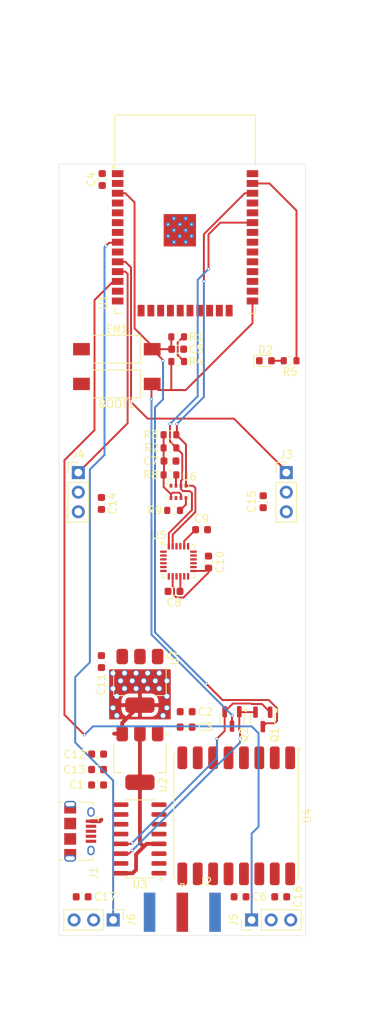
<source format=kicad_pcb>
(kicad_pcb (version 20240108) (generator "pcbnew") (generator_version "8.0")
  (layers (0 "F.Cu" signal) (31 "B.Cu" signal) (34 "B.Paste" user) (35 "F.Paste" user) (36 "B.SilkS" user "B.Silkscreen") (37 "F.SilkS" user "F.Silkscreen") (38 "B.Mask" user) (39 "F.Mask" user) (44 "Edge.Cuts" user))
  (net 0 "")
  (net 1 "GND")
  (net 2 "ESP32_IO0")
  (net 3 "+5V")
  (net 4 "+3V3")
  (net 5 "ESP32_EN")
  (net 6 "Net-(U5-REGOUT)")
  (net 7 "Net-(U5-CPOUT)")
  (net 8 "Net-(D2-A)")
  (net 10 "D+")
  (net 12 "D-")
  (net 13 "Net-(J2-In)")
  (net 14 "Net-(Q1-G)")
  (net 15 "Net-(Q1-S)")
  (net 16 "SDA")
  (net 17 "SCL")
  (net 18 "Net-(U1-IO23)")
  (net 19 "Net-(U6-CSB)")
  (net 20 "Net-(U6-SDO)")
  (net 29 "SS")
  (net 30 "SCLK")
  (net 31 "LORA_RST")
  (net 33 "RX-PROG")
  (net 34 "MISO")
  (net 35 "TX-PROG")
  (net 36 "DIO1")
  (net 37 "DIO0")
  (net 43 "DIO2")
  (net 45 "MOSI")
  (net 58 "MPU_IRQ")
  (net 70 "+BATT")
  (net 71 "SR1")
  (net 72 "SR2")
  (net 73 "SR3")
  (net 74 "SR4")
  (footprint "Package_TO_SOT_SMD:SOT-223-3_TabPin2" (layer "F.Cu") (at 110.5 117 -90)
    (property "Reference" "U2" (at 3.5 -3 90) (layer "F.SilkS"))
    (property "Value" "AMS1117-3.3")
    (pad "1" smd roundrect (at -3.15 -2.3 270) (size 2 1.5) (layers "F.Cu" "F.Paste" "F.Mask") (net 1 "GND"))
    (pad "2" smd roundrect (at -3.15 0 270) (size 2 1.5) (layers "F.Cu" "F.Paste" "F.Mask") (net 4 "+3V3"))
    (pad "2" smd roundrect (at 3.15 0 270) (size 2 3.8) (layers "F.Cu" "F.Paste" "F.Mask") (net 4 "+3V3"))
    (pad "3" smd roundrect (at -3.15 2.3 270) (size 2 1.5) (layers "F.Cu" "F.Paste" "F.Mask") (net 3 "+5V"))
  )
  (footprint "Capacitor_SMD:C_0603_1608Metric" (layer "F.Cu") (at 126.5 83.775 -90)
    (property "Reference" "C15" (at 0 1.5 90) (layer "F.SilkS"))
    (property "Value" "C")
    (pad "1" smd roundrect (at -0.775 0 270) (size 0.9 0.95) (layers "F.Cu" "F.Paste" "F.Mask") (net 3 "+5V"))
    (pad "2" smd roundrect (at 0.775 0 270) (size 0.9 0.95) (layers "F.Cu" "F.Paste" "F.Mask") (net 1 "GND"))
  )
  (footprint "Capacitor_SMD:C_0603_1608Metric" (layer "F.Cu") (at 128.775 135)
    (property "Reference" "C16" (at 2.225 0 90) (layer "F.SilkS"))
    (property "Value" "C")
    (pad "1" smd roundrect (at -0.775 0) (size 0.9 0.95) (layers "F.Cu" "F.Paste" "F.Mask") (net 3 "+5V"))
    (pad "2" smd roundrect (at 0.775 0) (size 0.9 0.95) (layers "F.Cu" "F.Paste" "F.Mask") (net 1 "GND"))
  )
  (footprint "Capacitor_SMD:C_0603_1608Metric" (layer "F.Cu") (at 118.5 87.4)
    (property "Reference" "C9" (at 0 -1.43 0) (layer "F.SilkS"))
    (property "Value" "C")
    (pad "1" smd roundrect (at -0.775 0) (size 0.9 0.95) (layers "F.Cu" "F.Paste" "F.Mask") (net 7 "Net-(U5-CPOUT)"))
    (pad "2" smd roundrect (at 0.775 0) (size 0.9 0.95) (layers "F.Cu" "F.Paste" "F.Mask") (net 1 "GND"))
  )
  (footprint "Capacitor_SMD:C_0603_1608Metric" (layer "F.Cu") (at 123.5 135 180)
    (property "Reference" "C6" (at -2.5 0 360) (layer "F.SilkS"))
    (property "Value" "C")
    (pad "1" smd roundrect (at -0.775 0 180) (size 0.9 0.95) (layers "F.Cu" "F.Paste" "F.Mask") (net 4 "+3V3"))
    (pad "2" smd roundrect (at 0.775 0 180) (size 0.9 0.95) (layers "F.Cu" "F.Paste" "F.Mask") (net 1 "GND"))
  )
  (footprint "Capacitor_SMD:C_0603_1608Metric" (layer "F.Cu") (at 119.4 91.6 90)
    (property "Reference" "C10" (at 0 1.5 90) (layer "F.SilkS"))
    (property "Value" "C")
    (pad "1" smd roundrect (at -0.775 0 90) (size 0.9 0.95) (layers "F.Cu" "F.Paste" "F.Mask") (net 4 "+3V3"))
    (pad "2" smd roundrect (at 0.775 0 90) (size 0.9 0.95) (layers "F.Cu" "F.Paste" "F.Mask") (net 1 "GND"))
  )
  (footprint "Button_Switch_SMD:SW_SPST_FSMSM" (layer "F.Cu") (at 107.5 68.5 180)
    (property "Reference" "BOOT1" (at 0 -2.6 360) (layer "F.SilkS"))
    (property "Value" "SW_Push")
    (pad "1" smd rect (at -4.59 0 180) (size 2.18 1.6) (layers "F.Cu" "F.Paste" "F.Mask") (net 2 "ESP32_IO0"))
    (pad "2" smd rect (at 4.59 0 180) (size 2.18 1.6) (layers "F.Cu" "F.Paste" "F.Mask") (net 1 "GND"))
  )
  (footprint "Resistor_SMD:R_0603_1608Metric" (layer "F.Cu") (at 130 65.5 180)
    (property "Reference" "R5" (at 0 -1.43 360) (layer "F.SilkS"))
    (property "Value" "R_Small")
    (pad "1" smd roundrect (at -0.825 0 180) (size 0.8 0.95) (layers "F.Cu" "F.Paste" "F.Mask") (net 18 "Net-(U1-IO23)"))
    (pad "2" smd roundrect (at 0.825 0 180) (size 0.8 0.95) (layers "F.Cu" "F.Paste" "F.Mask") (net 8 "Net-(D2-A)"))
  )
  (footprint "Package_SO:SOIC-16_3.9x9.9mm_P1.27mm" (layer "F.Cu") (at 110.5 127.5 180)
    (property "Reference" "U3" (at 0 -5.9 360) (layer "F.SilkS"))
    (property "Value" "CH340C")
    (pad "1" smd roundrect (at -2.475 -4.445 180) (size 1.95 0.6) (layers "F.Cu" "F.Paste" "F.Mask") (net 1 "GND"))
    (pad "2" smd roundrect (at -2.475 -3.175 180) (size 1.95 0.6) (layers "F.Cu" "F.Paste" "F.Mask") (net 35 "TX-PROG"))
    (pad "3" smd roundrect (at -2.475 -1.905 180) (size 1.95 0.6) (layers "F.Cu" "F.Paste" "F.Mask") (net 33 "RX-PROG"))
    (pad "4" smd roundrect (at -2.475 -0.635 180) (size 1.95 0.6) (layers "F.Cu" "F.Paste" "F.Mask") (net 4 "+3V3"))
    (pad "5" smd roundrect (at -2.475 0.635 180) (size 1.95 0.6) (layers "F.Cu" "F.Paste" "F.Mask") (net 10 "D+"))
    (pad "6" smd roundrect (at -2.475 1.905 180) (size 1.95 0.6) (layers "F.Cu" "F.Paste" "F.Mask") (net 12 "D-"))
    (pad "7" smd roundrect (at -2.475 3.175 180) (size 1.95 0.6) (layers "F.Cu" "F.Paste" "F.Mask"))
    (pad "8" smd roundrect (at -2.475 4.445 180) (size 1.95 0.6) (layers "F.Cu" "F.Paste" "F.Mask"))
    (pad "9" smd roundrect (at 2.475 4.445 180) (size 1.95 0.6) (layers "F.Cu" "F.Paste" "F.Mask"))
    (pad "10" smd roundrect (at 2.475 3.175 180) (size 1.95 0.6) (layers "F.Cu" "F.Paste" "F.Mask"))
    (pad "11" smd roundrect (at 2.475 1.905 180) (size 1.95 0.6) (layers "F.Cu" "F.Paste" "F.Mask"))
    (pad "12" smd roundrect (at 2.475 0.635 180) (size 1.95 0.6) (layers "F.Cu" "F.Paste" "F.Mask"))
    (pad "13" smd roundrect (at 2.475 -0.635 180) (size 1.95 0.6) (layers "F.Cu" "F.Paste" "F.Mask") (net 14 "Net-(Q1-G)"))
    (pad "14" smd roundrect (at 2.475 -1.905 180) (size 1.95 0.6) (layers "F.Cu" "F.Paste" "F.Mask") (net 15 "Net-(Q1-S)"))
    (pad "15" smd roundrect (at 2.475 -3.175 180) (size 1.95 0.6) (layers "F.Cu" "F.Paste" "F.Mask"))
    (pad "16" smd roundrect (at 2.475 -4.445 180) (size 1.95 0.6) (layers "F.Cu" "F.Paste" "F.Mask") (net 4 "+3V3"))
  )
  (footprint "Connector_USB:USB_Micro-B_Amphenol_10118194_Horizontal" (layer "F.Cu") (at 102.746748 126.5 -90)
    (property "Reference" "J1" (at 5.39937 -1.753252 90) (layer "F.SilkS"))
    (property "Value" "USB_B_Micro")
    (pad "1" smd rect (at -1.3 -1.4 270) (size 0.4 1.35) (layers "F.Cu" "F.Paste" "F.Mask") (net 3 "+5V"))
    (pad "2" smd rect (at -0.65 -1.4 270) (size 0.4 1.35) (layers "F.Cu" "F.Paste" "F.Mask") (net 12 "D-"))
    (pad "3" smd rect (at 0 -1.4 270) (size 0.4 1.35) (layers "F.Cu" "F.Paste" "F.Mask") (net 10 "D+"))
    (pad "4" smd rect (at 0.65 -1.4 270) (size 0.4 1.35) (layers "F.Cu" "F.Paste" "F.Mask"))
    (pad "5" smd rect (at 1.3 -1.4 270) (size 0.4 1.35) (layers "F.Cu" "F.Paste" "F.Mask") (net 1 "GND"))
    (pad "6" thru_hole oval (at -3.5 1.3 270) (size 0.89 1.55) (drill oval 0.5 1.15) (layers "*.Cu" "*.Mask"))
    (pad "6" smd rect (at -2.9 1.3 270) (size 1.2 1.55) (layers "F.Cu" "F.Paste" "F.Mask"))
    (pad "6" thru_hole oval (at -2.5 -1.4 270) (size 1.25 0.95) (drill oval 0.85 0.55) (layers "*.Cu" "*.Mask"))
    (pad "6" smd rect (at -1 1.3 270) (size 1.5 1.55) (layers "F.Cu" "F.Paste" "F.Mask"))
    (pad "6" smd rect (at 1 1.3 270) (size 1.5 1.55) (layers "F.Cu" "F.Paste" "F.Mask"))
    (pad "6" thru_hole oval (at 2.5 -1.4 270) (size 1.25 0.95) (drill oval 0.85 0.55) (layers "*.Cu" "*.Mask"))
    (pad "6" smd rect (at 2.9 1.3 270) (size 1.2 1.55) (layers "F.Cu" "F.Paste" "F.Mask"))
    (pad "6" thru_hole oval (at 3.5 1.3 270) (size 0.89 1.55) (drill oval 0.5 1.15) (layers "*.Cu" "*.Mask"))
  )
  (footprint "Capacitor_SMD:C_0603_1608Metric" (layer "F.Cu") (at 114.4 78.5 180)
    (property "Reference" "C7" (at 2.5 0 360) (layer "F.SilkS"))
    (property "Value" "C")
    (pad "1" smd roundrect (at -0.775 0 180) (size 0.9 0.95) (layers "F.Cu" "F.Paste" "F.Mask") (net 1 "GND"))
    (pad "2" smd roundrect (at 0.775 0 180) (size 0.9 0.95) (layers "F.Cu" "F.Paste" "F.Mask") (net 4 "+3V3"))
  )
  (footprint "Capacitor_SMD:C_0603_1608Metric" (layer "F.Cu") (at 105.5 104.5 -90)
    (property "Reference" "C11" (at 3 0 90) (layer "F.SilkS"))
    (property "Value" "C")
    (pad "1" smd roundrect (at -0.775 0 270) (size 0.9 0.95) (layers "F.Cu" "F.Paste" "F.Mask") (net 70 "+BATT"))
    (pad "2" smd roundrect (at 0.775 0 270) (size 0.9 0.95) (layers "F.Cu" "F.Paste" "F.Mask") (net 1 "GND"))
  )
  (footprint "Resistor_SMD:R_0603_1608Metric" (layer "F.Cu") (at 114.4 75.1 180)
    (property "Reference" "R3" (at 2.475 0 360) (layer "F.SilkS"))
    (property "Value" "R_Small")
    (pad "1" smd roundrect (at -0.825 0 180) (size 0.8 0.95) (layers "F.Cu" "F.Paste" "F.Mask") (net 17 "SCL"))
    (pad "2" smd roundrect (at 0.825 0 180) (size 0.8 0.95) (layers "F.Cu" "F.Paste" "F.Mask") (net 4 "+3V3"))
  )
  (footprint "Package_TO_SOT_SMD:SOT-223-3_TabPin2" (layer "F.Cu") (at 110.5 107 -90)
    (property "Reference" "U7" (at -3 -4.5 90) (layer "F.SilkS"))
    (property "Value" "AMS1117-5")
    (pad "1" smd roundrect (at -3.15 -2.3 270) (size 2 1.5) (layers "F.Cu" "F.Paste" "F.Mask") (net 1 "GND"))
    (pad "2" smd roundrect (at -3.15 0 270) (size 2 1.5) (layers "F.Cu" "F.Paste" "F.Mask") (net 3 "+5V"))
    (pad "2" smd roundrect (at 3.15 0 270) (size 2 3.8) (layers "F.Cu" "F.Paste" "F.Mask") (net 3 "+5V"))
    (pad "3" smd roundrect (at -3.15 2.3 270) (size 2 1.5) (layers "F.Cu" "F.Paste" "F.Mask") (net 70 "+BATT"))
  )
  (footprint "Capacitor_SMD:C_0603_1608Metric" (layer "F.Cu") (at 105.5 84 -90)
    (property "Reference" "C14" (at 0 -1.43 90) (layer "F.SilkS"))
    (property "Value" "C")
    (pad "1" smd roundrect (at -0.775 0 270) (size 0.9 0.95) (layers "F.Cu" "F.Paste" "F.Mask") (net 3 "+5V"))
    (pad "2" smd roundrect (at 0.775 0 270) (size 0.9 0.95) (layers "F.Cu" "F.Paste" "F.Mask") (net 1 "GND"))
  )
  (footprint "Capacitor_SMD:C_0603_1608Metric" (layer "F.Cu") (at 105 120.5 180)
    (property "Reference" "C1" (at 2.725 0.02 360) (layer "F.SilkS"))
    (property "Value" "C")
    (pad "1" smd roundrect (at -0.775 0 180) (size 0.9 0.95) (layers "F.Cu" "F.Paste" "F.Mask") (net 3 "+5V"))
    (pad "2" smd roundrect (at 0.775 0 180) (size 0.9 0.95) (layers "F.Cu" "F.Paste" "F.Mask") (net 1 "GND"))
  )
  (footprint "Resistor_SMD:R_0603_1608Metric" (layer "F.Cu") (at 114.875 84.9 180)
    (property "Reference" "R9" (at 2.475 0 360) (layer "F.SilkS"))
    (property "Value" "10K")
    (pad "1" smd roundrect (at -0.825 0 180) (size 0.8 0.95) (layers "F.Cu" "F.Paste" "F.Mask") (net 20 "Net-(U6-SDO)"))
    (pad "2" smd roundrect (at 0.825 0 180) (size 0.8 0.95) (layers "F.Cu" "F.Paste" "F.Mask") (net 1 "GND"))
  )
  (footprint "Connector_PinHeader_2.54mm:PinHeader_1x03_P2.54mm_Vertical" (layer "F.Cu") (at 125 138 90)
    (property "Reference" "J5" (at 0 -2.33 90) (layer "F.SilkS"))
    (property "Value" "Conn_01x03")
    (pad "1" thru_hole rect (at 0 0 90) (size 1.7 1.7) (drill 1) (layers "*.Cu" "*.Mask") (net 73 "SR3"))
    (pad "2" thru_hole oval (at 0 2.54 90) (size 1.7 1.7) (drill 1) (layers "*.Cu" "*.Mask") (net 3 "+5V"))
    (pad "3" thru_hole oval (at 0 5.08 90) (size 1.7 1.7) (drill 1) (layers "*.Cu" "*.Mask") (net 1 "GND"))
  )
  (footprint "Resistor_SMD:R_0603_1608Metric" (layer "F.Cu") (at 115.4 65.6 180)
    (property "Reference" "R4" (at -2.4 0 360) (layer "F.SilkS"))
    (property "Value" "R_Small")
    (pad "1" smd roundrect (at -0.825 0 180) (size 0.8 0.95) (layers "F.Cu" "F.Paste" "F.Mask") (net 4 "+3V3"))
    (pad "2" smd roundrect (at 0.825 0 180) (size 0.8 0.95) (layers "F.Cu" "F.Paste" "F.Mask") (net 2 "ESP32_IO0"))
  )
  (footprint "LED_SMD:LED_0603_1608Metric" (layer "F.Cu") (at 126.7875 65.5)
    (property "Reference" "D2" (at 0 -1.43 0) (layer "F.SilkS"))
    (property "Value" "LED")
    (pad "1" smd roundrect (at -0.7875 0) (size 0.875 0.95) (layers "F.Cu" "F.Paste" "F.Mask") (net 1 "GND"))
    (pad "2" smd roundrect (at 0.7875 0) (size 0.875 0.95) (layers "F.Cu" "F.Paste" "F.Mask") (net 8 "Net-(D2-A)"))
  )
  (footprint "Sensor_Motion:InvenSense_QFN-24_4x4mm_P0.5mm" (layer "F.Cu") (at 115.5 91.5)
    (property "Reference" "U5" (at -2.5 -3.4 0) (layer "F.SilkS"))
    (property "Value" "MPU-6050")
    (pad "1" smd roundrect (at -1.95 -1.25) (size 0.85 0.3) (layers "F.Cu" "F.Paste" "F.Mask") (net 1 "GND"))
    (pad "2" smd roundrect (at -1.95 -0.75) (size 0.85 0.3) (layers "F.Cu" "F.Paste" "F.Mask"))
    (pad "3" smd roundrect (at -1.95 -0.25) (size 0.85 0.3) (layers "F.Cu" "F.Paste" "F.Mask"))
    (pad "4" smd roundrect (at -1.95 0.25) (size 0.85 0.3) (layers "F.Cu" "F.Paste" "F.Mask"))
    (pad "5" smd roundrect (at -1.95 0.75) (size 0.85 0.3) (layers "F.Cu" "F.Paste" "F.Mask"))
    (pad "6" smd roundrect (at -1.95 1.25) (size 0.85 0.3) (layers "F.Cu" "F.Paste" "F.Mask"))
    (pad "7" smd roundrect (at -1.25 1.95 90) (size 0.85 0.3) (layers "F.Cu" "F.Paste" "F.Mask"))
    (pad "8" smd roundrect (at -0.75 1.95 90) (size 0.85 0.3) (layers "F.Cu" "F.Paste" "F.Mask") (net 4 "+3V3"))
    (pad "9" smd roundrect (at -0.25 1.95 90) (size 0.85 0.3) (layers "F.Cu" "F.Paste" "F.Mask") (net 1 "GND"))
    (pad "10" smd roundrect (at 0.25 1.95 90) (size 0.85 0.3) (layers "F.Cu" "F.Paste" "F.Mask") (net 6 "Net-(U5-REGOUT)"))
    (pad "11" smd roundrect (at 0.75 1.95 90) (size 0.85 0.3) (layers "F.Cu" "F.Paste" "F.Mask") (net 1 "GND"))
    (pad "12" smd roundrect (at 1.25 1.95 90) (size 0.85 0.3) (layers "F.Cu" "F.Paste" "F.Mask") (net 58 "MPU_IRQ"))
    (pad "13" smd roundrect (at 1.95 1.25) (size 0.85 0.3) (layers "F.Cu" "F.Paste" "F.Mask") (net 4 "+3V3"))
    (pad "14" smd roundrect (at 1.95 0.75) (size 0.85 0.3) (layers "F.Cu" "F.Paste" "F.Mask"))
    (pad "15" smd roundrect (at 1.95 0.25) (size 0.85 0.3) (layers "F.Cu" "F.Paste" "F.Mask"))
    (pad "16" smd roundrect (at 1.95 -0.25) (size 0.85 0.3) (layers "F.Cu" "F.Paste" "F.Mask"))
    (pad "17" smd roundrect (at 1.95 -0.75) (size 0.85 0.3) (layers "F.Cu" "F.Paste" "F.Mask"))
    (pad "18" smd roundrect (at 1.95 -1.25) (size 0.85 0.3) (layers "F.Cu" "F.Paste" "F.Mask") (net 1 "GND"))
    (pad "19" smd roundrect (at 1.25 -1.95 90) (size 0.85 0.3) (layers "F.Cu" "F.Paste" "F.Mask"))
    (pad "20" smd roundrect (at 0.75 -1.95 90) (size 0.85 0.3) (layers "F.Cu" "F.Paste" "F.Mask") (net 7 "Net-(U5-CPOUT)"))
    (pad "21" smd roundrect (at 0.25 -1.95 90) (size 0.85 0.3) (layers "F.Cu" "F.Paste" "F.Mask"))
    (pad "22" smd roundrect (at -0.25 -1.95 90) (size 0.85 0.3) (layers "F.Cu" "F.Paste" "F.Mask"))
    (pad "23" smd roundrect (at -0.75 -1.95 90) (size 0.85 0.3) (layers "F.Cu" "F.Paste" "F.Mask") (net 17 "SCL"))
    (pad "24" smd roundrect (at -1.25 -1.95 90) (size 0.85 0.3) (layers "F.Cu" "F.Paste" "F.Mask") (net 16 "SDA"))
    (zone (net 0) (net_name "") (layer "F.Cu") (connect_pads (clearance 0)) (min_thickness 0.254)
      (keepout (tracks not_allowed) (vias not_allowed) (pads not_allowed) (copperpour not_allowed) (footprints allowed))
      (fill (thermal_gap 0.508) (thermal_bridge_width 0.508))
      (polygon (pts (xy 114.125 90.175) (xy 116.875 90.175) (xy 116.875 92.825) (xy 114.125 92.825)))
    )
  )
  (footprint "Button_Switch_SMD:SW_SPST_FSMSM" (layer "F.Cu") (at 107.5 64)
    (property "Reference" "EN1" (at 0 -2.6 0) (layer "F.SilkS"))
    (property "Value" "SW_Push")
    (pad "1" smd rect (at -4.59 0) (size 2.18 1.6) (layers "F.Cu" "F.Paste" "F.Mask") (net 1 "GND"))
    (pad "2" smd rect (at 4.59 0) (size 2.18 1.6) (layers "F.Cu" "F.Paste" "F.Mask") (net 5 "ESP32_EN"))
  )
  (footprint "Resistor_SMD:R_0603_1608Metric" (layer "F.Cu") (at 114.4 80.3)
    (property "Reference" "R8" (at -2.5 0 0) (layer "F.SilkS"))
    (property "Value" "10K")
    (pad "1" smd roundrect (at -0.825 0) (size 0.8 0.95) (layers "F.Cu" "F.Paste" "F.Mask") (net 4 "+3V3"))
    (pad "2" smd roundrect (at 0.825 0) (size 0.8 0.95) (layers "F.Cu" "F.Paste" "F.Mask") (net 19 "Net-(U6-CSB)"))
  )
  (footprint "Capacitor_SMD:C_0603_1608Metric" (layer "F.Cu") (at 115.4 64)
    (property "Reference" "C5" (at 2.4 0 0) (layer "F.SilkS"))
    (property "Value" "C")
    (pad "1" smd roundrect (at -0.775 0) (size 0.9 0.95) (layers "F.Cu" "F.Paste" "F.Mask") (net 5 "ESP32_EN"))
    (pad "2" smd roundrect (at 0.775 0) (size 0.9 0.95) (layers "F.Cu" "F.Paste" "F.Mask") (net 1 "GND"))
  )
  (footprint "Package_TO_SOT_SMD:SOT-23" (layer "F.Cu") (at 126.45 112 -90)
    (property "Reference" "Q1" (at 2 -1.55 90) (layer "F.SilkS"))
    (property "Value" "BSS138")
    (pad "1" smd roundrect (at -0.9375 -0.95 270) (size 1.475 0.6) (layers "F.Cu" "F.Paste" "F.Mask") (net 14 "Net-(Q1-G)"))
    (pad "2" smd roundrect (at -0.9375 0.95 270) (size 1.475 0.6) (layers "F.Cu" "F.Paste" "F.Mask") (net 15 "Net-(Q1-S)"))
    (pad "3" smd roundrect (at 0.9375 0 270) (size 1.475 0.6) (layers "F.Cu" "F.Paste" "F.Mask") (net 5 "ESP32_EN"))
  )
  (footprint "RF_Module:HOPERF_RFM9XW_SMD" (layer "F.Cu") (at 123 124.5 -90)
    (property "Reference" "U4" (at 0 -9.2 90) (layer "F.SilkS"))
    (property "Value" "RFM95W-868S2")
    (pad "1" smd roundrect (at -7.525 -7 270) (size 2.95 1.27) (layers "F.Cu" "F.Paste" "F.Mask") (net 1 "GND"))
    (pad "2" smd roundrect (at -7.525 -5 270) (size 2.95 1.27) (layers "F.Cu" "F.Paste" "F.Mask") (net 34 "MISO"))
    (pad "3" smd roundrect (at -7.525 -3 270) (size 2.95 1.27) (layers "F.Cu" "F.Paste" "F.Mask") (net 45 "MOSI"))
    (pad "4" smd roundrect (at -7.525 -1 270) (size 2.95 1.27) (layers "F.Cu" "F.Paste" "F.Mask") (net 30 "SCLK"))
    (pad "5" smd roundrect (at -7.525 1 270) (size 2.95 1.27) (layers "F.Cu" "F.Paste" "F.Mask") (net 29 "SS"))
    (pad "6" smd roundrect (at -7.525 3 270) (size 2.95 1.27) (layers "F.Cu" "F.Paste" "F.Mask") (net 31 "LORA_RST"))
    (pad "7" smd roundrect (at -7.525 5 270) (size 2.95 1.27) (layers "F.Cu" "F.Paste" "F.Mask"))
    (pad "8" smd roundrect (at -7.525 7 270) (size 2.95 1.27) (layers "F.Cu" "F.Paste" "F.Mask") (net 1 "GND"))
    (pad "9" smd roundrect (at 7.525 7 270) (size 2.95 1.27) (layers "F.Cu" "F.Paste" "F.Mask") (net 13 "Net-(J2-In)"))
    (pad "10" smd roundrect (at 7.525 5 270) (size 2.95 1.27) (layers "F.Cu" "F.Paste" "F.Mask") (net 1 "GND"))
    (pad "11" smd roundrect (at 7.525 3 270) (size 2.95 1.27) (layers "F.Cu" "F.Paste" "F.Mask"))
    (pad "12" smd roundrect (at 7.525 1 270) (size 2.95 1.27) (layers "F.Cu" "F.Paste" "F.Mask"))
    (pad "13" smd roundrect (at 7.525 -1 270) (size 2.95 1.27) (layers "F.Cu" "F.Paste" "F.Mask") (net 4 "+3V3"))
    (pad "14" smd roundrect (at 7.525 -3 270) (size 2.95 1.27) (layers "F.Cu" "F.Paste" "F.Mask") (net 37 "DIO0"))
    (pad "15" smd roundrect (at 7.525 -5 270) (size 2.95 1.27) (layers "F.Cu" "F.Paste" "F.Mask") (net 36 "DIO1"))
    (pad "16" smd roundrect (at 7.525 -7 270) (size 2.95 1.27) (layers "F.Cu" "F.Paste" "F.Mask") (net 43 "DIO2"))
  )
  (footprint "Package_TO_SOT_SMD:SOT-23" (layer "F.Cu") (at 122.45 111.9375 -90)
    (property "Reference" "Q2" (at 2.0625 -1.55 90) (layer "F.SilkS"))
    (property "Value" "BSS138")
    (pad "1" smd roundrect (at -0.9375 -0.95 270) (size 1.475 0.6) (layers "F.Cu" "F.Paste" "F.Mask") (net 15 "Net-(Q1-S)"))
    (pad "2" smd roundrect (at -0.9375 0.95 270) (size 1.475 0.6) (layers "F.Cu" "F.Paste" "F.Mask") (net 14 "Net-(Q1-G)"))
    (pad "3" smd roundrect (at 0.9375 0 270) (size 1.475 0.6) (layers "F.Cu" "F.Paste" "F.Mask") (net 2 "ESP32_IO0"))
  )
  (footprint "Connector_Coaxial:SMA_Amphenol_132289_EdgeMount" (layer "F.Cu") (at 116 137 -90)
    (property "Reference" "J2" (at -3.96 -3 360) (layer "F.SilkS"))
    (property "Value" "Conn_Coaxial")
    (pad "1" smd rect (at 0 0) (size 1.5 5.08) (layers "F.Cu" "F.Paste" "F.Mask") (net 13 "Net-(J2-In)"))
    (pad "2" smd rect (at 0 -4.25) (size 1.5 5.08) (layers "F.Cu" "F.Paste" "F.Mask") (net 1 "GND"))
    (pad "2" smd rect (at 0 -4.25) (size 1.5 5.08) (layers "B.Cu" "B.Paste" "B.Mask") (net 1 "GND"))
    (pad "2" smd rect (at 0 4.25) (size 1.5 5.08) (layers "F.Cu" "F.Paste" "F.Mask") (net 1 "GND"))
    (pad "2" smd rect (at 0 4.25) (size 1.5 5.08) (layers "B.Cu" "B.Paste" "B.Mask") (net 1 "GND"))
  )
  (footprint "Connector_PinHeader_2.54mm:PinHeader_1x03_P2.54mm_Vertical" (layer "F.Cu") (at 102.5 80)
    (property "Reference" "J4" (at 0 -2.33 0) (layer "F.SilkS"))
    (property "Value" "Conn_01x03")
    (pad "1" thru_hole rect (at 0 0) (size 1.7 1.7) (drill 1) (layers "*.Cu" "*.Mask") (net 72 "SR2"))
    (pad "2" thru_hole oval (at 0 2.54) (size 1.7 1.7) (drill 1) (layers "*.Cu" "*.Mask") (net 3 "+5V"))
    (pad "3" thru_hole oval (at 0 5.08) (size 1.7 1.7) (drill 1) (layers "*.Cu" "*.Mask") (net 1 "GND"))
  )
  (footprint "Package_LGA:Bosch_LGA-8_2x2.5mm_P0.65mm_ClockwisePinNumbering" (layer "F.Cu") (at 115.5 82.5)
    (property "Reference" "U6" (at 1.4 -2 360) (layer "F.SilkS"))
    (property "Value" "BMP280")
    (pad "1" smd rect (at -0.975 -0.8 90) (size 0.5 0.35) (layers "F.Cu" "F.Paste" "F.Mask") (net 1 "GND"))
    (pad "2" smd rect (at -0.325 -0.8 90) (size 0.5 0.35) (layers "F.Cu" "F.Paste" "F.Mask") (net 19 "Net-(U6-CSB)"))
    (pad "3" smd rect (at 0.325 -0.8 90) (size 0.5 0.35) (layers "F.Cu" "F.Paste" "F.Mask") (net 16 "SDA"))
    (pad "4" smd rect (at 0.975 -0.8 90) (size 0.5 0.35) (layers "F.Cu" "F.Paste" "F.Mask") (net 17 "SCL"))
    (pad "5" smd rect (at 0.975 0.8 90) (size 0.5 0.35) (layers "F.Cu" "F.Paste" "F.Mask") (net 20 "Net-(U6-SDO)"))
    (pad "6" smd rect (at 0.325 0.8 90) (size 0.5 0.35) (layers "F.Cu" "F.Paste" "F.Mask") (net 4 "+3V3"))
    (pad "7" smd rect (at -0.325 0.8 90) (size 0.5 0.35) (layers "F.Cu" "F.Paste" "F.Mask") (net 1 "GND"))
    (pad "8" smd rect (at -0.975 0.8 90) (size 0.5 0.35) (layers "F.Cu" "F.Paste" "F.Mask") (net 4 "+3V3"))
  )
  (footprint "Connector_PinHeader_2.54mm:PinHeader_1x03_P2.54mm_Vertical" (layer "F.Cu") (at 129.5 80)
    (property "Reference" "J3" (at 0 -2.33 0) (layer "F.SilkS"))
    (property "Value" "Conn_01x03")
    (pad "1" thru_hole rect (at 0 0) (size 1.7 1.7) (drill 1) (layers "*.Cu" "*.Mask") (net 71 "SR1"))
    (pad "2" thru_hole oval (at 0 2.54) (size 1.7 1.7) (drill 1) (layers "*.Cu" "*.Mask") (net 3 "+5V"))
    (pad "3" thru_hole oval (at 0 5.08) (size 1.7 1.7) (drill 1) (layers "*.Cu" "*.Mask") (net 1 "GND"))
  )
  (footprint "Capacitor_SMD:C_0603_1608Metric" (layer "F.Cu") (at 105 118.5 180)
    (property "Reference" "C13" (at 3 0 360) (layer "F.SilkS"))
    (property "Value" "C")
    (pad "1" smd roundrect (at -0.775 0 180) (size 0.9 0.95) (layers "F.Cu" "F.Paste" "F.Mask") (net 3 "+5V"))
    (pad "2" smd roundrect (at 0.775 0 180) (size 0.9 0.95) (layers "F.Cu" "F.Paste" "F.Mask") (net 1 "GND"))
  )
  (footprint "Capacitor_SMD:C_0603_1608Metric" (layer "F.Cu") (at 103 135 180)
    (property "Reference" "C17" (at -3 0 360) (layer "F.SilkS"))
    (property "Value" "C")
    (pad "1" smd roundrect (at -0.775 0 180) (size 0.9 0.95) (layers "F.Cu" "F.Paste" "F.Mask") (net 3 "+5V"))
    (pad "2" smd roundrect (at 0.775 0 180) (size 0.9 0.95) (layers "F.Cu" "F.Paste" "F.Mask") (net 1 "GND"))
  )
  (footprint "Capacitor_SMD:C_0603_1608Metric" (layer "F.Cu") (at 105.005912 116.5 180)
    (property "Reference" "C12" (at 2.962545 -0.024421 360) (layer "F.SilkS"))
    (property "Value" "C")
    (pad "1" smd roundrect (at -0.775 0 180) (size 0.9 0.95) (layers "F.Cu" "F.Paste" "F.Mask") (net 3 "+5V"))
    (pad "2" smd roundrect (at 0.775 0 180) (size 0.9 0.95) (layers "F.Cu" "F.Paste" "F.Mask") (net 1 "GND"))
  )
  (footprint "Capacitor_SMD:C_0603_1608Metric" (layer "F.Cu") (at 114.925 95.4 180)
    (property "Reference" "C8" (at 0 -1.43 360) (layer "F.SilkS"))
    (property "Value" "C")
    (pad "1" smd roundrect (at -0.775 0 180) (size 0.9 0.95) (layers "F.Cu" "F.Paste" "F.Mask") (net 6 "Net-(U5-REGOUT)"))
    (pad "2" smd roundrect (at 0.775 0 180) (size 0.9 0.95) (layers "F.Cu" "F.Paste" "F.Mask") (net 1 "GND"))
  )
  (footprint "Connector_PinHeader_2.54mm:PinHeader_1x03_P2.54mm_Vertical" (layer "F.Cu") (at 107.025 138 -90)
    (property "Reference" "J6" (at 0 -2.33 90) (layer "F.SilkS"))
    (property "Value" "Conn_01x03")
    (pad "1" thru_hole rect (at 0 0 270) (size 1.7 1.7) (drill 1) (layers "*.Cu" "*.Mask") (net 74 "SR4"))
    (pad "2" thru_hole oval (at 0 2.54 270) (size 1.7 1.7) (drill 1) (layers "*.Cu" "*.Mask") (net 3 "+5V"))
    (pad "3" thru_hole oval (at 0 5.08 270) (size 1.7 1.7) (drill 1) (layers "*.Cu" "*.Mask") (net 1 "GND"))
  )
  (footprint "RF_Module:ESP32-WROOM-32" (layer "F.Cu") (at 116.36 49.49)
    (property "Reference" "U1" (at -10.61 8.43 90) (layer "F.SilkS"))
    (property "Value" "ESP32-WROOM-32")
    (pad "1" smd rect (at -8.75 -8.25) (size 1.5 0.9) (layers "F.Cu" "F.Paste" "F.Mask") (net 1 "GND"))
    (pad "2" smd rect (at -8.75 -6.98) (size 1.5 0.9) (layers "F.Cu" "F.Paste" "F.Mask") (net 4 "+3V3"))
    (pad "3" smd rect (at -8.75 -5.71) (size 1.5 0.9) (layers "F.Cu" "F.Paste" "F.Mask") (net 5 "ESP32_EN"))
    (pad "4" smd rect (at -8.75 -4.44) (size 1.5 0.9) (layers "F.Cu" "F.Paste" "F.Mask"))
    (pad "5" smd rect (at -8.75 -3.17) (size 1.5 0.9) (layers "F.Cu" "F.Paste" "F.Mask"))
    (pad "6" smd rect (at -8.75 -1.9) (size 1.5 0.9) (layers "F.Cu" "F.Paste" "F.Mask"))
    (pad "7" smd rect (at -8.75 -0.63) (size 1.5 0.9) (layers "F.Cu" "F.Paste" "F.Mask"))
    (pad "8" smd rect (at -8.75 0.64) (size 1.5 0.9) (layers "F.Cu" "F.Paste" "F.Mask") (net 74 "SR4"))
    (pad "9" smd rect (at -8.75 1.91) (size 1.5 0.9) (layers "F.Cu" "F.Paste" "F.Mask"))
    (pad "10" smd rect (at -8.75 3.18) (size 1.5 0.9) (layers "F.Cu" "F.Paste" "F.Mask") (net 71 "SR1"))
    (pad "11" smd rect (at -8.75 4.45) (size 1.5 0.9) (layers "F.Cu" "F.Paste" "F.Mask") (net 72 "SR2"))
    (pad "12" smd rect (at -8.75 5.72) (size 1.5 0.9) (layers "F.Cu" "F.Paste" "F.Mask") (net 73 "SR3"))
    (pad "13" smd rect (at -8.75 6.99) (size 1.5 0.9) (layers "F.Cu" "F.Paste" "F.Mask") (net 30 "SCLK"))
    (pad "14" smd rect (at -8.75 8.26) (size 1.5 0.9) (layers "F.Cu" "F.Paste" "F.Mask") (net 34 "MISO"))
    (pad "15" smd rect (at -5.71 9.51 90) (size 1.5 0.9) (layers "F.Cu" "F.Paste" "F.Mask") (net 1 "GND"))
    (pad "16" smd rect (at -4.44 9.51 90) (size 1.5 0.9) (layers "F.Cu" "F.Paste" "F.Mask") (net 45 "MOSI"))
    (pad "17" smd rect (at -3.17 9.51 90) (size 1.5 0.9) (layers "F.Cu" "F.Paste" "F.Mask"))
    (pad "18" smd rect (at -1.9 9.51 90) (size 1.5 0.9) (layers "F.Cu" "F.Paste" "F.Mask"))
    (pad "19" smd rect (at -0.63 9.51 90) (size 1.5 0.9) (layers "F.Cu" "F.Paste" "F.Mask"))
    (pad "20" smd rect (at 0.64 9.51 90) (size 1.5 0.9) (layers "F.Cu" "F.Paste" "F.Mask"))
    (pad "21" smd rect (at 1.91 9.51 90) (size 1.5 0.9) (layers "F.Cu" "F.Paste" "F.Mask"))
    (pad "22" smd rect (at 3.18 9.51 90) (size 1.5 0.9) (layers "F.Cu" "F.Paste" "F.Mask"))
    (pad "23" smd rect (at 4.45 9.51 90) (size 1.5 0.9) (layers "F.Cu" "F.Paste" "F.Mask") (net 29 "SS"))
    (pad "24" smd rect (at 5.72 9.51 90) (size 1.5 0.9) (layers "F.Cu" "F.Paste" "F.Mask"))
    (pad "25" smd rect (at 8.75 8.26) (size 1.5 0.9) (layers "F.Cu" "F.Paste" "F.Mask") (net 2 "ESP32_IO0"))
    (pad "26" smd rect (at 8.75 6.99) (size 1.5 0.9) (layers "F.Cu" "F.Paste" "F.Mask"))
    (pad "27" smd rect (at 8.75 5.72) (size 1.5 0.9) (layers "F.Cu" "F.Paste" "F.Mask") (net 31 "LORA_RST"))
    (pad "28" smd rect (at 8.75 4.45) (size 1.5 0.9) (layers "F.Cu" "F.Paste" "F.Mask") (net 37 "DIO0"))
    (pad "29" smd rect (at 8.75 3.18) (size 1.5 0.9) (layers "F.Cu" "F.Paste" "F.Mask"))
    (pad "30" smd rect (at 8.75 1.91) (size 1.5 0.9) (layers "F.Cu" "F.Paste" "F.Mask") (net 36 "DIO1"))
    (pad "31" smd rect (at 8.75 0.64) (size 1.5 0.9) (layers "F.Cu" "F.Paste" "F.Mask") (net 43 "DIO2"))
    (pad "32" smd rect (at 8.75 -0.63) (size 1.5 0.9) (layers "F.Cu" "F.Paste" "F.Mask"))
    (pad "33" smd rect (at 8.75 -1.9) (size 1.5 0.9) (layers "F.Cu" "F.Paste" "F.Mask") (net 16 "SDA"))
    (pad "34" smd rect (at 8.75 -3.17) (size 1.5 0.9) (layers "F.Cu" "F.Paste" "F.Mask") (net 35 "TX-PROG"))
    (pad "35" smd rect (at 8.75 -4.44) (size 1.5 0.9) (layers "F.Cu" "F.Paste" "F.Mask") (net 33 "RX-PROG"))
    (pad "36" smd rect (at 8.75 -5.71) (size 1.5 0.9) (layers "F.Cu" "F.Paste" "F.Mask") (net 17 "SCL"))
    (pad "37" smd rect (at 8.75 -6.98) (size 1.5 0.9) (layers "F.Cu" "F.Paste" "F.Mask") (net 18 "Net-(U1-IO23)"))
    (pad "38" smd rect (at 8.75 -8.25) (size 1.5 0.9) (layers "F.Cu" "F.Paste" "F.Mask") (net 1 "GND"))
    (pad "39" smd rect (at -2.205 -2.435) (size 1.05 1.05) (layers "F.Cu" "F.Paste") (net 1 "GND"))
    (pad "39" thru_hole circle (at -2.205 -1.6725) (size 0.6 0.6) (drill 0.2) (property pad_prop_heatsink) (layers "*.Cu" "F.Mask") (net 1 "GND"))
    (pad "39" smd rect (at -2.205 -0.91) (size 1.05 1.05) (layers "F.Cu" "F.Paste") (net 1 "GND"))
    (pad "39" thru_hole circle (at -2.205 -0.1475) (size 0.6 0.6) (drill 0.2) (property pad_prop_heatsink) (layers "*.Cu" "F.Mask") (net 1 "GND"))
    (pad "39" smd rect (at -2.205 0.615) (size 1.05 1.05) (layers "F.Cu" "F.Paste") (net 1 "GND"))
    (pad "39" thru_hole circle (at -1.4425 -2.435) (size 0.6 0.6) (drill 0.2) (property pad_prop_heatsink) (layers "*.Cu" "F.Mask") (net 1 "GND"))
    (pad "39" thru_hole circle (at -1.4425 -0.91) (size 0.6 0.6) (drill 0.2) (property pad_prop_heatsink) (layers "*.Cu" "F.Mask") (net 1 "GND"))
    (pad "39" thru_hole circle (at -1.4425 0.615) (size 0.6 0.6) (drill 0.2) (property pad_prop_heatsink) (layers "*.Cu" "F.Mask") (net 1 "GND"))
    (pad "39" smd rect (at -0.68 -2.435) (size 1.05 1.05) (layers "F.Cu" "F.Paste") (net 1 "GND"))
    (pad "39" thru_hole circle (at -0.68 -1.6725) (size 0.6 0.6) (drill 0.2) (property pad_prop_heatsink) (layers "*.Cu" "F.Mask") (net 1 "GND"))
    (pad "39" smd rect (at -0.68 -0.91) (size 1.05 1.05) (layers "F.Cu" "F.Paste") (net 1 "GND"))
    (pad "39" smd rect (at -0.68 -0.91) (size 4.2 4.2) (layers "F.Cu" "F.Mask") (net 1 "GND"))
    (pad "39" thru_hole circle (at -0.68 -0.1475) (size 0.6 0.6) (drill 0.2) (property pad_prop_heatsink) (layers "*.Cu" "F.Mask") (net 1 "GND"))
    (pad "39" smd rect (at -0.68 0.615) (size 1.05 1.05) (layers "F.Cu" "F.Paste") (net 1 "GND"))
    (pad "39" thru_hole circle (at 0.0825 -2.435) (size 0.6 0.6) (drill 0.2) (property pad_prop_heatsink) (layers "*.Cu" "F.Mask") (net 1 "GND"))
    (pad "39" thru_hole circle (at 0.0825 -0.91) (size 0.6 0.6) (drill 0.2) (property pad_prop_heatsink) (layers "*.Cu" "F.Mask") (net 1 "GND"))
    (pad "39" thru_hole circle (at 0.0825 0.615) (size 0.6 0.6) (drill 0.2) (property pad_prop_heatsink) (layers "*.Cu" "F.Mask") (net 1 "GND"))
    (pad "39" smd rect (at 0.845 -2.435) (size 1.05 1.05) (layers "F.Cu" "F.Paste") (net 1 "GND"))
    (pad "39" thru_hole circle (at 0.845 -1.6725) (size 0.6 0.6) (drill 0.2) (property pad_prop_heatsink) (layers "*.Cu" "F.Mask") (net 1 "GND"))
    (pad "39" smd rect (at 0.845 -0.91) (size 1.05 1.05) (layers "F.Cu" "F.Paste") (net 1 "GND"))
    (pad "39" thru_hole circle (at 0.845 -0.1475) (size 0.6 0.6) (drill 0.2) (property pad_prop_heatsink) (layers "*.Cu" "F.Mask") (net 1 "GND"))
    (pad "39" smd rect (at 0.845 0.615) (size 1.05 1.05) (layers "F.Cu" "F.Paste") (net 1 "GND"))
    (zone (net 0) (net_name "") (layers "F.Cu" "In1.Cu" "B.Cu") (connect_pads (clearance 0)) (min_thickness 0.254)
      (keepout (tracks not_allowed) (vias not_allowed) (pads not_allowed) (copperpour not_allowed) (footprints not_allowed))
      (fill (thermal_gap 0.508) (thermal_bridge_width 0.508))
      (polygon (pts (xy 92.36 39.69) (xy 140.36 39.69) (xy 140.36 18.75) (xy 92.36 18.75)))
    )
  )
  (footprint "Resistor_SMD:R_0603_1608Metric" (layer "F.Cu") (at 115.4 62.4 180)
    (property "Reference" "R1" (at -2.4 0 360) (layer "F.SilkS"))
    (property "Value" "R_Small")
    (pad "1" smd roundrect (at -0.825 0 180) (size 0.8 0.95) (layers "F.Cu" "F.Paste" "F.Mask") (net 4 "+3V3"))
    (pad "2" smd roundrect (at 0.825 0 180) (size 0.8 0.95) (layers "F.Cu" "F.Paste" "F.Mask") (net 5 "ESP32_EN"))
  )
  (footprint "Capacitor_SMD:C_0603_1608Metric" (layer "F.Cu") (at 116.5 113)
    (property "Reference" "C3" (at 2.5 0 0) (layer "F.SilkS"))
    (property "Value" "C")
    (pad "1" smd roundrect (at -0.775 0) (size 0.9 0.95) (layers "F.Cu" "F.Paste" "F.Mask") (net 4 "+3V3"))
    (pad "2" smd roundrect (at 0.775 0) (size 0.9 0.95) (layers "F.Cu" "F.Paste" "F.Mask") (net 1 "GND"))
  )
  (footprint "Capacitor_SMD:C_0603_1608Metric" (layer "F.Cu") (at 116.5 111)
    (property "Reference" "C2" (at 2.5 0.01 0) (layer "F.SilkS"))
    (property "Value" "C")
    (pad "1" smd roundrect (at -0.775 0) (size 0.9 0.95) (layers "F.Cu" "F.Paste" "F.Mask") (net 4 "+3V3"))
    (pad "2" smd roundrect (at 0.775 0) (size 0.9 0.95) (layers "F.Cu" "F.Paste" "F.Mask") (net 1 "GND"))
  )
  (footprint "Capacitor_SMD:C_0603_1608Metric" (layer "F.Cu") (at 105.6 42 90)
    (property "Reference" "C4" (at 0 -1.43 90) (layer "F.SilkS"))
    (property "Value" "C")
    (pad "1" smd roundrect (at -0.775 0 90) (size 0.9 0.95) (layers "F.Cu" "F.Paste" "F.Mask") (net 4 "+3V3"))
    (pad "2" smd roundrect (at 0.775 0 90) (size 0.9 0.95) (layers "F.Cu" "F.Paste" "F.Mask") (net 1 "GND"))
  )
  (footprint "Resistor_SMD:R_0603_1608Metric" (layer "F.Cu") (at 114.4 76.8 180)
    (property "Reference" "R2" (at 2.4 0 360) (layer "F.SilkS"))
    (property "Value" "R_Small")
    (pad "1" smd roundrect (at -0.825 0 180) (size 0.8 0.95) (layers "F.Cu" "F.Paste" "F.Mask") (net 16 "SDA"))
    (pad "2" smd roundrect (at 0.825 0 180) (size 0.8 0.95) (layers "F.Cu" "F.Paste" "F.Mask") (net 4 "+3V3"))
  )
  (gr_line (start 100 140) (end 100 40) (stroke (width 0.05)) (layer "Edge.Cuts"))
  (gr_line (start 100 40) (end 132 40) (stroke (width 0.05)) (layer "Edge.Cuts"))
  (gr_line (start 132 140) (end 100 140) (stroke (width 0.05)) (layer "Edge.Cuts"))
  (gr_line (start 132 40) (end 132 140) (stroke (width 0.05)) (layer "Edge.Cuts"))
  (segment (start 114.575 65.6) (end 114.575 69.275) (width 0.25) (layer "F.Cu") (net 2))
  (segment (start 112 68.59) (end 112.09 68.5) (width 0.25) (layer "F.Cu") (net 2))
  (segment (start 125.11 60.638004) (end 125.11 57.75) (width 0.25) (layer "F.Cu") (net 2))
  (segment (start 112.09 68.5) (end 112.89 69.3) (width 0.25) (layer "F.Cu") (net 2))
  (segment (start 122.45 112.875) (end 122.45 111.55) (width 0.25) (layer "F.Cu") (net 2))
  (segment (start 122.45 111.55) (end 122.5 111.5) (width 0.25) (layer "F.Cu") (net 2))
  (segment (start 114.6 69.3) (end 116.448004 69.3) (width 0.25) (layer "F.Cu") (net 2))
  (segment (start 112 70.5) (end 112 68.59) (width 0.25) (layer "F.Cu") (net 2))
  (segment (start 114.575 69.275) (end 114.6 69.3) (width 0.25) (layer "F.Cu") (net 2))
  (segment (start 112.89 69.3) (end 114.6 69.3) (width 0.25) (layer "F.Cu") (net 2))
  (segment (start 116.448004 69.3) (end 125.11 60.638004) (width 0.25) (layer "F.Cu") (net 2))
  (via (at 112 70.5) (size 0.4) (drill 0.25) (layers "F.Cu" "B.Cu") (net 2))
  (via (at 122.5 111.5) (size 0.4) (drill 0.25) (layers "F.Cu" "B.Cu") (net 2))
  (segment (start 112 101) (end 112 70.5) (width 0.25) (layer "B.Cu") (net 2))
  (segment (start 122.5 111.5) (end 112 101) (width 0.25) (layer "B.Cu") (net 2))
  (segment (start 104.146748 125.2) (end 105.3 125.2) (width 0.5) (layer "F.Cu") (net 3))
  (segment (start 108.2 113.85) (end 108.2 112.45) (width 0.5) (layer "F.Cu") (net 3))
  (segment (start 105.3 125.2) (end 105.5 125) (width 0.5) (layer "F.Cu") (net 3))
  (segment (start 107.15 113.85) (end 108.2 113.85) (width 0.5) (layer "F.Cu") (net 3))
  (segment (start 108.2 112.45) (end 110.5 110.15) (width 0.5) (layer "F.Cu") (net 3))
  (via (at 112.5 107) (size 0.8) (drill 0.6) (layers "F.Cu" "B.Cu") (net 3))
  (via (at 107 108) (size 0.8) (drill 0.6) (layers "F.Cu" "B.Cu") (net 3))
  (via (at 108.5 106) (size 0.8) (drill 0.6) (layers "F.Cu" "B.Cu") (net 3))
  (via (at 107 110.5) (size 0.8) (drill 0.6) (layers "F.Cu" "B.Cu") (net 3))
  (via (at 111.5 108) (size 0.8) (drill 0.6) (layers "F.Cu" "B.Cu") (net 3))
  (via (at 113 106) (size 0.8) (drill 0.6) (layers "F.Cu" "B.Cu") (net 3))
  (via (at 111 107) (size 0.8) (drill 0.6) (layers "F.Cu" "B.Cu") (net 3))
  (via (at 108.5 108) (size 0.8) (drill 0.6) (layers "F.Cu" "B.Cu") (net 3))
  (via (at 110 106) (size 0.8) (drill 0.6) (layers "F.Cu" "B.Cu") (net 3))
  (via (at 114 109) (size 0.8) (drill 0.6) (layers "F.Cu" "B.Cu") (net 3))
  (via (at 107 106) (size 0.8) (drill 0.6) (layers "F.Cu" "B.Cu") (net 3))
  (via (at 114 110.5) (size 0.8) (drill 0.6) (layers "F.Cu" "B.Cu") (net 3))
  (via (at 109.5 107) (size 0.8) (drill 0.6) (layers "F.Cu" "B.Cu") (net 3))
  (via (at 108 107) (size 0.8) (drill 0.6) (layers "F.Cu" "B.Cu") (net 3))
  (via (at 111.5 106) (size 0.8) (drill 0.6) (layers "F.Cu" "B.Cu") (net 3))
  (via (at 114 107) (size 0.8) (drill 0.6) (layers "F.Cu" "B.Cu") (net 3))
  (via (at 110 108) (size 0.8) (drill 0.6) (layers "F.Cu" "B.Cu") (net 3))
  (via (at 107.5 111.5) (size 0.8) (drill 0.6) (layers "F.Cu" "B.Cu") (net 3))
  (via (at 107.5 109) (size 0.8) (drill 0.6) (layers "F.Cu" "B.Cu") (net 3))
  (via (at 113.5 111.5) (size 0.8) (drill 0.6) (layers "F.Cu" "B.Cu") (net 3))
  (via (at 113 108) (size 0.8) (drill 0.6) (layers "F.Cu" "B.Cu") (net 3))
  (segment (start 113.575 75.1) (end 113.575 76.8) (width 0.25) (layer "F.Cu") (net 4))
  (segment (start 110.5 113.85) (end 110.5 120.15) (width 0.5) (layer "F.Cu") (net 4))
  (segment (start 113.575 76.8) (end 113.575 78.45) (width 0.25) (layer "F.Cu") (net 4))
  (segment (start 115.4 64.775) (end 116.225 65.6) (width 0.25) (layer "F.Cu") (net 4))
  (segment (start 115.4 63.1) (end 115.4 64.775) (width 0.25) (layer "F.Cu") (net 4))
  (segment (start 113.575 80.3) (end 113.575 81.85) (width 0.25) (layer "F.Cu") (net 4))
  (segment (start 115.825 82.825) (end 115.6 82.6) (width 0.25) (layer "F.Cu") (net 4))
  (segment (start 114.525 82.8) (end 114.525 83.3) (width 0.25) (layer "F.Cu") (net 4))
  (segment (start 117.45 92.75) (end 119.025 92.75) (width 0.25) (layer "F.Cu") (net 4))
  (segment (start 113.575 78.45) (end 113.625 78.5) (width 0.25) (layer "F.Cu") (net 4))
  (segment (start 110.5 120.15) (end 110.5 128) (width 0.5) (layer "F.Cu") (net 4))
  (segment (start 114.725 82.6) (end 114.525 82.8) (width 0.25) (layer "F.Cu") (net 4))
  (segment (start 110 131.5) (end 110 129.5) (width 0.5) (layer "F.Cu") (net 4))
  (segment (start 114.75 94.740948) (end 114.925 94.915948) (width 0.25) (layer "F.Cu") (net 4))
  (segment (start 109.555 131.945) (end 110 131.5) (width 0.5) (layer "F.Cu") (net 4))
  (segment (start 115.240948 96.2) (end 116.159052 96.2) (width 0.25) (layer "F.Cu") (net 4))
  (segment (start 119.4 92.959052) (end 119.4 92.375) (width 0.25) (layer "F.Cu") (net 4))
  (segment (start 111.365 128.135) (end 112.975 128.135) (width 0.5) (layer "F.Cu") (net 4))
  (segment (start 115.6 82.6) (end 114.725 82.6) (width 0.25) (layer "F.Cu") (net 4))
  (segment (start 108.025 131.945) (end 109.555 131.945) (width 0.5) (layer "F.Cu") (net 4))
  (segment (start 110.5 128) (end 111 128.5) (width 0.5) (layer "F.Cu") (net 4))
  (segment (start 113.625 80.25) (end 113.575 80.3) (width 0.25) (layer "F.Cu") (net 4))
  (segment (start 115.825 83.3) (end 115.825 82.825) (width 0.25) (layer "F.Cu") (net 4))
  (segment (start 110 129.5) (end 111 128.5) (width 0.5) (layer "F.Cu") (net 4))
  (segment (start 111 128.5) (end 111.365 128.135) (width 0.5) (layer "F.Cu") (net 4))
  (segment (start 113.625 78.5) (end 113.625 80.25) (width 0.25) (layer "F.Cu") (net 4))
  (segment (start 114.75 93.45) (end 114.75 94.740948) (width 0.25) (layer "F.Cu") (net 4))
  (segment (start 116.1 62.4) (end 115.4 63.1) (width 0.25) (layer "F.Cu") (net 4))
  (segment (start 114.925 95.884052) (end 115.240948 96.2) (width 0.25) (layer "F.Cu") (net 4))
  (segment (start 114.925 94.915948) (end 114.925 95.884052) (width 0.25) (layer "F.Cu") (net 4))
  (segment (start 113.575 81.85) (end 114.525 82.8) (width 0.25) (layer "F.Cu") (net 4))
  (segment (start 119.025 92.75) (end 119.4 92.375) (width 0.25) (layer "F.Cu") (net 4))
  (segment (start 116.225 62.4) (end 116.1 62.4) (width 0.25) (layer "F.Cu") (net 4))
  (segment (start 116.159052 96.2) (end 119.4 92.959052) (width 0.25) (layer "F.Cu") (net 4))
  (segment (start 114.575 63.95) (end 114.625 64) (width 0.25) (layer "F.Cu") (net 5))
  (segment (start 109.8 61.3) (end 109.8 44.97) (width 0.25) (layer "F.Cu") (net 5))
  (segment (start 114.625 64) (end 112.09 64) (width 0.25) (layer "F.Cu") (net 5))
  (segment (start 109.8 44.97) (end 108.61 43.78) (width 0.25) (layer "F.Cu") (net 5))
  (segment (start 127.238408 109.4875) (end 121.229964 109.4875) (width 0.25) (layer "F.Cu") (net 5))
  (segment (start 112.09 63.59) (end 109.8 61.3) (width 0.25) (layer "F.Cu") (net 5))
  (segment (start 113.5 65.5) (end 113.5 65.41) (width 0.25) (layer "F.Cu") (net 5))
  (segment (start 113.5 65.41) (end 112.09 64) (width 0.25) (layer "F.Cu") (net 5))
  (segment (start 128.3 110.549092) (end 127.238408 109.4875) (width 0.25) (layer "F.Cu") (net 5))
  (segment (start 121.229964 109.4875) (end 119.121232 107.378768) (width 0.25) (layer "F.Cu") (net 5))
  (segment (start 126.8875 112.5) (end 128 112.5) (width 0.25) (layer "F.Cu") (net 5))
  (segment (start 126.45 112.9375) (end 126.8875 112.5) (width 0.25) (layer "F.Cu") (net 5))
  (segment (start 112.09 64) (end 112.09 63.59) (width 0.25) (layer "F.Cu") (net 5))
  (segment (start 128.3 112.2) (end 128.3 110.549092) (width 0.25) (layer "F.Cu") (net 5))
  (segment (start 114.575 62.4) (end 114.575 63.95) (width 0.25) (layer "F.Cu") (net 5))
  (segment (start 108.61 43.78) (end 107.61 43.78) (width 0.25) (layer "F.Cu") (net 5))
  (segment (start 128 112.5) (end 128.3 112.2) (width 0.25) (layer "F.Cu") (net 5))
  (via (at 113.5 65.5) (size 0.4) (drill 0.25) (layers "F.Cu" "B.Cu") (net 5))
  (via (at 119.121232 107.378768) (size 0.4) (drill 0.25) (layers "F.Cu" "B.Cu") (net 5))
  (segment (start 119.121232 107.378768) (end 112.45 100.707536) (width 0.25) (layer "B.Cu") (net 5))
  (segment (start 113.5 70.5) (end 113.5 67) (width 0.25) (layer "B.Cu") (net 5))
  (segment (start 112.45 93.5) (end 112.45 71.55) (width 0.25) (layer "B.Cu") (net 5))
  (segment (start 112.45 71.55) (end 113.5 70.5) (width 0.25) (layer "B.Cu") (net 5))
  (segment (start 113.5 67) (end 113.5 65.5) (width 0.25) (layer "B.Cu") (net 5))
  (segment (start 112.45 100.707536) (end 112.45 93.5) (width 0.25) (layer "B.Cu") (net 5))
  (segment (start 115.75 95.35) (end 115.7 95.4) (width 0.25) (layer "F.Cu") (net 6))
  (segment (start 115.75 93.45) (end 115.75 95.35) (width 0.25) (layer "F.Cu") (net 6))
  (segment (start 117.725 87.4) (end 116.25 88.875) (width 0.25) (layer "F.Cu") (net 7))
  (segment (start 116.25 88.875) (end 116.25 89.55) (width 0.25) (layer "F.Cu") (net 7))
  (segment (start 129.175 65.5) (end 127.575 65.5) (width 0.25) (layer "F.Cu") (net 8))
  (segment (start 126.3375 110) (end 125 110) (width 0.25) (layer "F.Cu") (net 14))
  (segment (start 122.5625 109.9375) (end 121.5 111) (width 0.25) (layer "F.Cu") (net 14))
  (segment (start 120.5 114.5) (end 121.5 113.5) (width 0.25) (layer "F.Cu") (net 14))
  (segment (start 125 110) (end 124.9375 109.9375) (width 0.25) (layer "F.Cu") (net 14))
  (segment (start 124.9375 109.9375) (end 122.5625 109.9375) (width 0.25) (layer "F.Cu") (net 14))
  (segment (start 127.4 111.0625) (end 126.3375 110) (width 0.25) (layer "F.Cu") (net 14))
  (segment (start 109.365 128.135) (end 109.5 128) (width 0.25) (layer "F.Cu") (net 14))
  (segment (start 108.025 128.135) (end 109.365 128.135) (width 0.25) (layer "F.Cu") (net 14))
  (segment (start 121.5 113.5) (end 121.5 111) (width 0.25) (layer "F.Cu") (net 14))
  (via (at 109.5 128) (size 0.4) (drill 0.25) (layers "F.Cu" "B.Cu") (net 14))
  (via (at 120.5 114.5) (size 0.4) (drill 0.25) (layers "F.Cu" "B.Cu") (net 14))
  (segment (start 109.5 128) (end 120.5 117) (width 0.25) (layer "B.Cu") (net 14))
  (segment (start 120.5 117) (end 120.5 114.5) (width 0.25) (layer "B.Cu") (net 14))
  (segment (start 125.5 111.0625) (end 123.4625 111.0625) (width 0.25) (layer "F.Cu") (net 15))
  (segment (start 123.5 113.5) (end 123.4 113.4) (width 0.25) (layer "F.Cu") (net 15))
  (segment (start 109.095 129.405) (end 109.5 129) (width 0.25) (layer "F.Cu") (net 15))
  (segment (start 123.5 114.5) (end 123.5 113.5) (width 0.25) (layer "F.Cu") (net 15))
  (segment (start 123.4 113.4) (end 123.4 111) (width 0.25) (layer "F.Cu") (net 15))
  (segment (start 108.025 129.405) (end 109.095 129.405) (width 0.25) (layer "F.Cu") (net 15))
  (segment (start 123.4625 111.0625) (end 123.4 111) (width 0.25) (layer "F.Cu") (net 15))
  (via (at 123.5 114.5) (size 0.4) (drill 0.25) (layers "F.Cu" "B.Cu") (net 15))
  (via (at 109.5 129) (size 0.4) (drill 0.25) (layers "F.Cu" "B.Cu") (net 15))
  (segment (start 123.5 115) (end 123.5 114.5) (width 0.25) (layer "B.Cu") (net 15))
  (segment (start 109.5 129) (end 123.5 115) (width 0.25) (layer "B.Cu") (net 15))
  (segment (start 116 77.575) (end 115.225 76.8) (width 0.25) (layer "F.Cu") (net 16))
  (segment (start 119.4 53.6) (end 119.4 49.126396) (width 0.25) (layer "F.Cu") (net 16))
  (segment (start 116.1 82.4) (end 115.825 82.125) (width 0.25) (layer "F.Cu") (net 16))
  (segment (start 119.4 49.126396) (end 120.936396 47.59) (width 0.25) (layer "F.Cu") (net 16))
  (segment (start 115.825 81.7) (end 115.825 81.075) (width 0.25) (layer "F.Cu") (net 16))
  (segment (start 115.225 76.8) (end 114.4 75.975) (width 0.25) (layer "F.Cu") (net 16))
  (segment (start 115.825 81.075) (end 116 80.9) (width 0.25) (layer "F.Cu") (net 16))
  (segment (start 114.25 89.55) (end 114.25 87.85) (width 0.25) (layer "F.Cu") (net 16))
  (segment (start 117 82.4) (end 116.1 82.4) (width 0.25) (layer "F.Cu") (net 16))
  (segment (start 117.25 84.85) (end 117.25 82.65) (width 0.25) (layer "F.Cu") (net 16))
  (segment (start 120.936396 47.59) (end 125.11 47.59) (width 0.25) (layer "F.Cu") (net 16))
  (segment (start 117.25 82.65) (end 117 82.4) (width 0.25) (layer "F.Cu") (net 16))
  (segment (start 115.825 82.125) (end 115.825 81.7) (width 0.25) (layer "F.Cu") (net 16))
  (segment (start 116 80.9) (end 116 77.575) (width 0.25) (layer "F.Cu") (net 16))
  (segment (start 114.25 87.85) (end 117.25 84.85) (width 0.25) (layer "F.Cu") (net 16))
  (segment (start 114.4 75.975) (end 114.4 73.7) (width 0.25) (layer "F.Cu") (net 16))
  (via (at 119.4 53.6) (size 0.4) (drill 0.25) (layers "F.Cu" "B.Cu") (net 16))
  (via (at 114.4 73.7) (size 0.4) (drill 0.25) (layers "F.Cu" "B.Cu") (net 16))
  (segment (start 118 55) (end 119.4 53.6) (width 0.25) (layer "B.Cu") (net 16))
  (segment (start 118 70.1) (end 118 68.9) (width 0.25) (layer "B.Cu") (net 16))
  (segment (start 114.4 73.7) (end 118 70.1) (width 0.25) (layer "B.Cu") (net 16))
  (segment (start 118 68.9) (end 118 55) (width 0.25) (layer "B.Cu") (net 16))
  (segment (start 116.475 81.7) (end 117.4 81.7) (width 0.25) (layer "F.Cu") (net 17))
  (segment (start 125.11 43.78) (end 124.11 43.78) (width 0.25) (layer "F.Cu") (net 17))
  (segment (start 116.475 81.7) (end 116.475 76.35) (width 0.25) (layer "F.Cu") (net 17))
  (segment (start 118.8 49.09) (end 118.8 55.2) (width 0.25) (layer "F.Cu") (net 17))
  (segment (start 114.75 88.05) (end 114.75 89.55) (width 0.25) (layer "F.Cu") (net 17))
  (segment (start 116.475 76.35) (end 115.225 75.1) (width 0.25) (layer "F.Cu") (net 17))
  (segment (start 124.11 43.78) (end 118.8 49.09) (width 0.25) (layer "F.Cu") (net 17))
  (segment (start 115.3 73.7) (end 115.3 75.025) (width 0.25) (layer "F.Cu") (net 17))
  (segment (start 115.3 75.025) (end 115.225 75.1) (width 0.25) (layer "F.Cu") (net 17))
  (segment (start 117.7 82) (end 117.7 85.1) (width 0.25) (layer "F.Cu") (net 17))
  (segment (start 117.7 85.1) (end 114.75 88.05) (width 0.25) (layer "F.Cu") (net 17))
  (segment (start 117.4 81.7) (end 117.7 82) (width 0.25) (layer "F.Cu") (net 17))
  (via (at 118.8 55.2) (size 0.4) (drill 0.25) (layers "F.Cu" "B.Cu") (net 17))
  (via (at 115.3 73.7) (size 0.4) (drill 0.25) (layers "F.Cu" "B.Cu") (net 17))
  (segment (start 118.8 55.2) (end 118.8 70.2) (width 0.25) (layer "B.Cu") (net 17))
  (segment (start 118.8 70.2) (end 115.3 73.7) (width 0.25) (layer "B.Cu") (net 17))
  (segment (start 130.825 46.025) (end 127.31 42.51) (width 0.25) (layer "F.Cu") (net 18))
  (segment (start 130.825 65.5) (end 130.825 46.025) (width 0.25) (layer "F.Cu") (net 18))
  (segment (start 127.31 42.51) (end 125.11 42.51) (width 0.25) (layer "F.Cu") (net 18))
  (segment (start 115.175 80.35) (end 115.225 80.3) (width 0.25) (layer "F.Cu") (net 19))
  (segment (start 115.175 81.7) (end 115.175 80.35) (width 0.25) (layer "F.Cu") (net 19))
  (segment (start 115.7 84.9) (end 116.475 84.125) (width 0.25) (layer "F.Cu") (net 20))
  (segment (start 116.475 84.125) (end 116.475 83.3) (width 0.25) (layer "F.Cu") (net 20))
  (segment (start 129.5 79.8) (end 122.7 73) (width 0.25) (layer "F.Cu") (net 71))
  (segment (start 122.7 73) (end 111.5 73) (width 0.25) (layer "F.Cu") (net 71))
  (segment (start 109.35 53.41) (end 108.61 52.67) (width 0.25) (layer "F.Cu") (net 71))
  (segment (start 109.35 70.85) (end 109.35 53.41) (width 0.25) (layer "F.Cu") (net 71))
  (segment (start 129.5 80) (end 129.5 79.8) (width 0.25) (layer "F.Cu") (net 71))
  (segment (start 111.5 73) (end 109.35 70.85) (width 0.25) (layer "F.Cu") (net 71))
  (segment (start 108.61 52.67) (end 107.61 52.67) (width 0.25) (layer "F.Cu") (net 71))
  (segment (start 108.61 53.94) (end 107.61 53.94) (width 0.25) (layer "F.Cu") (net 72))
  (segment (start 108.9 73.6) (end 108.9 54.23) (width 0.25) (layer "F.Cu") (net 72))
  (segment (start 102.5 80) (end 108.9 73.6) (width 0.25) (layer "F.Cu") (net 72))
  (segment (start 108.9 54.23) (end 108.61 53.94) (width 0.25) (layer "F.Cu") (net 72))
  (segment (start 100.7 111.4) (end 103.3 114) (width 0.25) (layer "F.Cu") (net 73))
  (segment (start 100.7 78.4) (end 100.7 85.2) (width 0.25) (layer "F.Cu") (net 73))
  (segment (start 107.03 55.21) (end 104.6 57.64) (width 0.25) (layer "F.Cu") (net 73))
  (segment (start 104.6 74.5) (end 102 77.1) (width 0.25) (layer "F.Cu") (net 73))
  (segment (start 100.7 85.2) (end 100.7 111.4) (width 0.25) (layer "F.Cu") (net 73))
  (segment (start 102 77.1) (end 100.7 78.4) (width 0.25) (layer "F.Cu") (net 73))
  (segment (start 104.6 60.9) (end 104.6 74.5) (width 0.25) (layer "F.Cu") (net 73))
  (segment (start 107.61 55.21) (end 107.03 55.21) (width 0.25) (layer "F.Cu") (net 73))
  (segment (start 104.6 57.64) (end 104.6 60.9) (width 0.25) (layer "F.Cu") (net 73))
  (via (at 103.3 114) (size 0.4) (drill 0.25) (layers "F.Cu" "B.Cu") (net 73))
  (segment (start 125 112.9) (end 125.9 113.8) (width 0.25) (layer "B.Cu") (net 73))
  (segment (start 104.4 112.9) (end 125 112.9) (width 0.25) (layer "B.Cu") (net 73))
  (segment (start 125 126.8) (end 125 138) (width 0.25) (layer "B.Cu") (net 73))
  (segment (start 103.3 114) (end 104.4 112.9) (width 0.25) (layer "B.Cu") (net 73))
  (segment (start 125.9 113.8) (end 125.9 125.9) (width 0.25) (layer "B.Cu") (net 73))
  (segment (start 125.9 125.9) (end 125 126.8) (width 0.25) (layer "B.Cu") (net 73))
  (segment (start 107.54 50.2) (end 107.61 50.13) (width 0.25) (layer "F.Cu") (net 74))
  (segment (start 106.5 50.2) (end 107.54 50.2) (width 0.25) (layer "F.Cu") (net 74))
  (segment (start 106.1 50.6) (end 106.5 50.2) (width 0.25) (layer "F.Cu") (net 74))
  (via (at 106.1 50.6) (size 0.4) (drill 0.25) (layers "F.Cu" "B.Cu") (net 74))
  (segment (start 102.1 106.5) (end 104 104.6) (width 0.25) (layer "B.Cu") (net 74))
  (segment (start 107.025 138) (end 107.025 119.925) (width 0.25) (layer "B.Cu") (net 74))
  (segment (start 105.9 77.7) (end 105.9 50.8) (width 0.25) (layer "B.Cu") (net 74))
  (segment (start 105.9 50.8) (end 106.1 50.6) (width 0.25) (layer "B.Cu") (net 74))
  (segment (start 104 104.6) (end 104 79.6) (width 0.25) (layer "B.Cu") (net 74))
  (segment (start 104 79.6) (end 105.9 77.7) (width 0.25) (layer "B.Cu") (net 74))
  (segment (start 107.025 119.925) (end 102.1 115) (width 0.25) (layer "B.Cu") (net 74))
  (segment (start 102.1 115) (end 102.1 106.5) (width 0.25) (layer "B.Cu") (net 74))
  (zone (net 3) (net_name "+5V") (layer "F.Cu") (connect_pads (clearance 0.5)) (min_thickness 0.25) (fill yes (thermal_gap 0.5) (thermal_bridge_width 0.5))
    (polygon (pts (xy 106.5 105.5) (xy 114.5 105.5) (xy 114.5 112) (xy 106.5 112)))
  )
)
</source>
